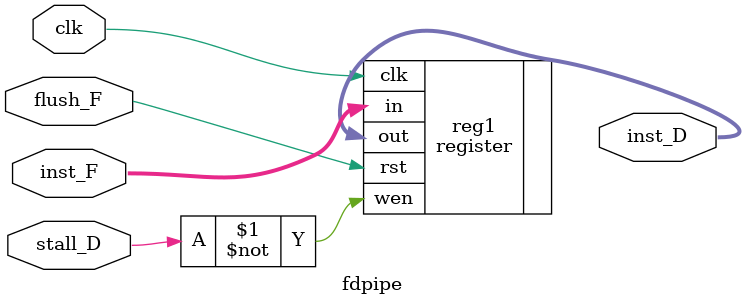
<source format=sv>
module fdpipe #(parameter N = 32)
(input logic stall_D, flush_F, clk,
input [N-1:0] inst_F,
output [N-1:0] inst_D);

// Instruction fetched
register #(.N(N)) reg1 (.wen(~stall_D), .rst(flush_F), .clk(clk), 
	.in(inst_F), .out(inst_D));
	
endmodule 
</source>
